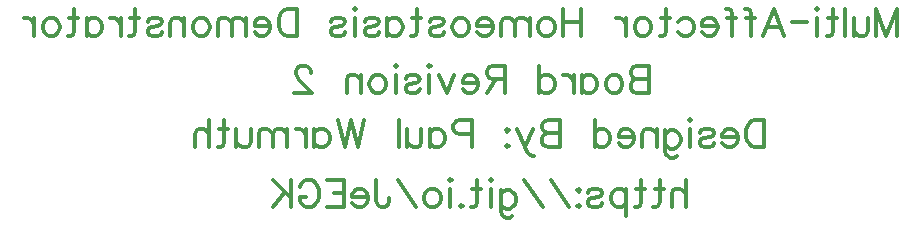
<source format=gbr>
G04 DipTrace 3.3.1.3*
G04 BottomSilk.gbr*
%MOIN*%
G04 #@! TF.FileFunction,Legend,Bot*
G04 #@! TF.Part,Single*
G04 #@! TA.AperFunction,Nonconductor*
%ADD59C,0.013895*%
%FSLAX26Y26*%
G04*
G70*
G90*
G75*
G01*
G04 BotSilk*
%LPD*%
X3273140Y2340462D2*
D59*
Y2430894D1*
X3307562Y2340462D1*
X3341984Y2430894D1*
Y2340462D1*
X3245349Y2400750D2*
Y2357672D1*
X3241071Y2344839D1*
X3232416Y2340462D1*
X3219483D1*
X3210927Y2344839D1*
X3197994Y2357672D1*
Y2400750D2*
Y2340462D1*
X3170204Y2430894D2*
Y2340462D1*
X3129480Y2430894D2*
Y2357672D1*
X3125202Y2344839D1*
X3116547Y2340462D1*
X3107991D1*
X3142413Y2400750D2*
X3112269D1*
X3080200Y2430894D2*
X3075923Y2426616D1*
X3071545Y2430894D1*
X3075923Y2435271D1*
X3080200Y2430894D1*
X3075923Y2400750D2*
Y2340462D1*
X3043755Y2385628D2*
X2994012D1*
X2897278Y2340462D2*
X2931800Y2430894D1*
X2966221Y2340462D1*
X2953288Y2370606D2*
X2910211D1*
X2835066Y2430894D2*
X2843621D1*
X2852277Y2426616D1*
X2856554Y2413683D1*
Y2340462D1*
X2869488Y2400750D2*
X2839344D1*
X2772853Y2430894D2*
X2781409D1*
X2790064Y2426616D1*
X2794342Y2413683D1*
Y2340462D1*
X2807275Y2400750D2*
X2777131D1*
X2745063Y2374883D2*
X2693430D1*
Y2383539D1*
X2697708Y2392194D1*
X2701985Y2396472D1*
X2710641Y2400750D1*
X2723574D1*
X2732129Y2396472D1*
X2740785Y2387816D1*
X2745063Y2374883D1*
Y2366328D1*
X2740785Y2353395D1*
X2732129Y2344839D1*
X2723574Y2340462D1*
X2710641D1*
X2701985Y2344839D1*
X2693430Y2353395D1*
X2613907Y2387816D2*
X2622562Y2396472D1*
X2631217Y2400750D1*
X2644051D1*
X2652706Y2396472D1*
X2661262Y2387816D1*
X2665639Y2374883D1*
Y2366328D1*
X2661262Y2353395D1*
X2652706Y2344839D1*
X2644051Y2340462D1*
X2631217D1*
X2622562Y2344839D1*
X2613907Y2353395D1*
X2573183Y2430894D2*
Y2357672D1*
X2568905Y2344839D1*
X2560250Y2340462D1*
X2551694D1*
X2586116Y2400750D2*
X2555972D1*
X2502415D2*
X2510971Y2396472D1*
X2519626Y2387816D1*
X2523904Y2374883D1*
Y2366328D1*
X2519626Y2353395D1*
X2510971Y2344839D1*
X2502415Y2340462D1*
X2489482D1*
X2480827Y2344839D1*
X2472271Y2353395D1*
X2467893Y2366328D1*
Y2374883D1*
X2472271Y2387816D1*
X2480827Y2396472D1*
X2489482Y2400750D1*
X2502415D1*
X2440103D2*
Y2340462D1*
Y2374883D2*
X2435725Y2387816D1*
X2427170Y2396472D1*
X2418515Y2400750D1*
X2405581D1*
X2290309Y2430894D2*
Y2340462D1*
X2230021Y2430894D2*
Y2340462D1*
X2290309Y2387816D2*
X2230021D1*
X2180742Y2400750D2*
X2189297Y2396472D1*
X2197953Y2387816D1*
X2202230Y2374883D1*
Y2366328D1*
X2197953Y2353395D1*
X2189297Y2344839D1*
X2180742Y2340462D1*
X2167809D1*
X2159153Y2344839D1*
X2150598Y2353395D1*
X2146220Y2366328D1*
Y2374883D1*
X2150598Y2387816D1*
X2159153Y2396472D1*
X2167809Y2400750D1*
X2180742D1*
X2118430D2*
Y2340462D1*
Y2383539D2*
X2105497Y2396472D1*
X2096841Y2400750D1*
X2084008D1*
X2075353Y2396472D1*
X2071075Y2383539D1*
Y2340462D1*
Y2383539D2*
X2058142Y2396472D1*
X2049486Y2400750D1*
X2036653D1*
X2027998Y2396472D1*
X2023620Y2383539D1*
Y2340462D1*
X1995830Y2374883D2*
X1944197D1*
Y2383539D1*
X1948475Y2392194D1*
X1952753Y2396472D1*
X1961408Y2400750D1*
X1974341D1*
X1982897Y2396472D1*
X1991552Y2387816D1*
X1995830Y2374883D1*
Y2366328D1*
X1991552Y2353395D1*
X1982897Y2344839D1*
X1974341Y2340462D1*
X1961408D1*
X1952753Y2344839D1*
X1944197Y2353395D1*
X1894917Y2400750D2*
X1903473Y2396472D1*
X1912128Y2387816D1*
X1916406Y2374883D1*
Y2366328D1*
X1912128Y2353395D1*
X1903473Y2344839D1*
X1894917Y2340462D1*
X1881984D1*
X1873329Y2344839D1*
X1864773Y2353395D1*
X1860396Y2366328D1*
Y2374883D1*
X1864773Y2387816D1*
X1873329Y2396472D1*
X1881984Y2400750D1*
X1894917D1*
X1785250Y2387816D2*
X1789528Y2396472D1*
X1802461Y2400750D1*
X1815394D1*
X1828328Y2396472D1*
X1832605Y2387816D1*
X1828328Y2379261D1*
X1819672Y2374883D1*
X1798184Y2370606D1*
X1789528Y2366328D1*
X1785250Y2357672D1*
Y2353395D1*
X1789528Y2344839D1*
X1802461Y2340462D1*
X1815394D1*
X1828328Y2344839D1*
X1832605Y2353395D1*
X1744527Y2430894D2*
Y2357672D1*
X1740249Y2344839D1*
X1731594Y2340462D1*
X1723038D1*
X1757460Y2400750D2*
X1727316D1*
X1643615D2*
Y2340462D1*
Y2387816D2*
X1652170Y2396472D1*
X1660825Y2400750D1*
X1673659D1*
X1682314Y2396472D1*
X1690870Y2387816D1*
X1695247Y2374883D1*
Y2366328D1*
X1690870Y2353395D1*
X1682314Y2344839D1*
X1673659Y2340462D1*
X1660825D1*
X1652170Y2344839D1*
X1643615Y2353395D1*
X1568469Y2387816D2*
X1572747Y2396472D1*
X1585680Y2400750D1*
X1598613D1*
X1611546Y2396472D1*
X1615824Y2387816D1*
X1611546Y2379261D1*
X1602891Y2374883D1*
X1581402Y2370606D1*
X1572747Y2366328D1*
X1568469Y2357672D1*
Y2353395D1*
X1572747Y2344839D1*
X1585680Y2340462D1*
X1598613D1*
X1611546Y2344839D1*
X1615824Y2353395D1*
X1540678Y2430894D2*
X1536400Y2426616D1*
X1532023Y2430894D1*
X1536400Y2435271D1*
X1540678Y2430894D1*
X1536400Y2400750D2*
Y2340462D1*
X1456878Y2387816D2*
X1461155Y2396472D1*
X1474088Y2400750D1*
X1487022D1*
X1499955Y2396472D1*
X1504232Y2387816D1*
X1499955Y2379261D1*
X1491299Y2374883D1*
X1469811Y2370606D1*
X1461155Y2366328D1*
X1456878Y2357672D1*
Y2353395D1*
X1461155Y2344839D1*
X1474088Y2340462D1*
X1487022D1*
X1499955Y2344839D1*
X1504232Y2353395D1*
X1341605Y2430894D2*
Y2340462D1*
X1311461D1*
X1298528Y2344839D1*
X1289873Y2353395D1*
X1285595Y2362050D1*
X1281317Y2374883D1*
Y2396472D1*
X1285595Y2409405D1*
X1289873Y2417960D1*
X1298528Y2426616D1*
X1311461Y2430894D1*
X1341605D1*
X1253526Y2374883D2*
X1201894D1*
Y2383539D1*
X1206172Y2392194D1*
X1210449Y2396472D1*
X1219105Y2400750D1*
X1232038D1*
X1240593Y2396472D1*
X1249249Y2387816D1*
X1253526Y2374883D1*
Y2366328D1*
X1249249Y2353395D1*
X1240593Y2344839D1*
X1232038Y2340462D1*
X1219105D1*
X1210449Y2344839D1*
X1201894Y2353395D1*
X1174103Y2400750D2*
Y2340462D1*
Y2383539D2*
X1161170Y2396472D1*
X1152515Y2400750D1*
X1139681D1*
X1131026Y2396472D1*
X1126748Y2383539D1*
Y2340462D1*
Y2383539D2*
X1113815Y2396472D1*
X1105160Y2400750D1*
X1092326D1*
X1083671Y2396472D1*
X1079294Y2383539D1*
Y2340462D1*
X1030014Y2400750D2*
X1038570Y2396472D1*
X1047225Y2387816D1*
X1051503Y2374883D1*
Y2366328D1*
X1047225Y2353395D1*
X1038570Y2344839D1*
X1030014Y2340462D1*
X1017081D1*
X1008426Y2344839D1*
X999870Y2353395D1*
X995493Y2366328D1*
Y2374883D1*
X999870Y2387816D1*
X1008426Y2396472D1*
X1017081Y2400750D1*
X1030014D1*
X967702D2*
Y2340462D1*
Y2383539D2*
X954769Y2396472D1*
X946114Y2400750D1*
X933280D1*
X924625Y2396472D1*
X920347Y2383539D1*
Y2340462D1*
X845202Y2387816D2*
X849480Y2396472D1*
X862413Y2400750D1*
X875346D1*
X888279Y2396472D1*
X892557Y2387816D1*
X888279Y2379261D1*
X879624Y2374883D1*
X858135Y2370606D1*
X849480Y2366328D1*
X845202Y2357672D1*
Y2353395D1*
X849480Y2344839D1*
X862413Y2340462D1*
X875346D1*
X888279Y2344839D1*
X892557Y2353395D1*
X804478Y2430894D2*
Y2357672D1*
X800200Y2344839D1*
X791545Y2340462D1*
X782989D1*
X817411Y2400750D2*
X787267D1*
X755199D2*
Y2340462D1*
Y2374883D2*
X750821Y2387816D1*
X742266Y2396472D1*
X733610Y2400750D1*
X720677D1*
X641254D2*
Y2340462D1*
Y2387816D2*
X649810Y2396472D1*
X658465Y2400750D1*
X671298D1*
X679954Y2396472D1*
X688509Y2387816D1*
X692887Y2374883D1*
Y2366328D1*
X688509Y2353395D1*
X679954Y2344839D1*
X671298Y2340462D1*
X658465D1*
X649810Y2344839D1*
X641254Y2353395D1*
X600530Y2430894D2*
Y2357672D1*
X596252Y2344839D1*
X587597Y2340462D1*
X579041D1*
X613463Y2400750D2*
X583319D1*
X529762D2*
X538318Y2396472D1*
X546973Y2387816D1*
X551251Y2374883D1*
Y2366328D1*
X546973Y2353395D1*
X538318Y2344839D1*
X529762Y2340462D1*
X516829D1*
X508174Y2344839D1*
X499618Y2353395D1*
X495240Y2366328D1*
Y2374883D1*
X499618Y2387816D1*
X508174Y2396472D1*
X516829Y2400750D1*
X529762D1*
X467450D2*
Y2340462D1*
Y2374883D2*
X463073Y2387816D1*
X454517Y2396472D1*
X445862Y2400750D1*
X432929D1*
X2515899Y2240122D2*
Y2149690D1*
X2477100D1*
X2464167Y2154067D1*
X2459889Y2158345D1*
X2455611Y2166901D1*
Y2179834D1*
X2459889Y2188489D1*
X2464167Y2192767D1*
X2477100Y2197045D1*
X2464167Y2201422D1*
X2459889Y2205700D1*
X2455611Y2214256D1*
Y2222911D1*
X2459889Y2231467D1*
X2464167Y2235844D1*
X2477100Y2240122D1*
X2515899D1*
Y2197045D2*
X2477100D1*
X2406332Y2209978D2*
X2414887Y2205700D1*
X2423543Y2197045D1*
X2427821Y2184112D1*
Y2175556D1*
X2423543Y2162623D1*
X2414887Y2154067D1*
X2406332Y2149690D1*
X2393399D1*
X2384743Y2154067D1*
X2376188Y2162623D1*
X2371810Y2175556D1*
Y2184112D1*
X2376188Y2197045D1*
X2384743Y2205700D1*
X2393399Y2209978D1*
X2406332D1*
X2292387D2*
Y2149690D1*
Y2197045D2*
X2300943Y2205700D1*
X2309598Y2209978D1*
X2322431D1*
X2331087Y2205700D1*
X2339642Y2197045D1*
X2344020Y2184112D1*
Y2175556D1*
X2339642Y2162623D1*
X2331087Y2154067D1*
X2322431Y2149690D1*
X2309598D1*
X2300943Y2154067D1*
X2292387Y2162623D1*
X2264596Y2209978D2*
Y2149690D1*
Y2184112D2*
X2260219Y2197045D1*
X2251663Y2205700D1*
X2243008Y2209978D1*
X2230075D1*
X2150651Y2240122D2*
Y2149690D1*
Y2197045D2*
X2159207Y2205700D1*
X2167862Y2209978D1*
X2180795D1*
X2189351Y2205700D1*
X2198006Y2197045D1*
X2202284Y2184112D1*
Y2175556D1*
X2198006Y2162623D1*
X2189351Y2154067D1*
X2180795Y2149690D1*
X2167862D1*
X2159207Y2154067D1*
X2150651Y2162623D1*
X2035379Y2197045D2*
X1996679D1*
X1983746Y2201422D1*
X1979369Y2205700D1*
X1975091Y2214256D1*
Y2222911D1*
X1979369Y2231467D1*
X1983746Y2235844D1*
X1996679Y2240122D1*
X2035379D1*
Y2149690D1*
X2005235Y2197045D2*
X1975091Y2149690D1*
X1947300Y2184112D2*
X1895668D1*
Y2192767D1*
X1899946Y2201422D1*
X1904223Y2205700D1*
X1912879Y2209978D1*
X1925812D1*
X1934367Y2205700D1*
X1943023Y2197045D1*
X1947300Y2184112D1*
Y2175556D1*
X1943023Y2162623D1*
X1934367Y2154067D1*
X1925812Y2149690D1*
X1912879D1*
X1904223Y2154067D1*
X1895668Y2162623D1*
X1867877Y2209978D2*
X1842011Y2149690D1*
X1816244Y2209978D1*
X1788454Y2240122D2*
X1784176Y2235844D1*
X1779798Y2240122D1*
X1784176Y2244499D1*
X1788454Y2240122D1*
X1784176Y2209978D2*
Y2149690D1*
X1704653Y2197045D2*
X1708931Y2205700D1*
X1721864Y2209978D1*
X1734797D1*
X1747730Y2205700D1*
X1752008Y2197045D1*
X1747730Y2188489D1*
X1739075Y2184112D1*
X1717586Y2179834D1*
X1708931Y2175556D1*
X1704653Y2166901D1*
Y2162623D1*
X1708931Y2154067D1*
X1721864Y2149690D1*
X1734797D1*
X1747730Y2154067D1*
X1752008Y2162623D1*
X1676862Y2240122D2*
X1672584Y2235844D1*
X1668207Y2240122D1*
X1672584Y2244499D1*
X1676862Y2240122D1*
X1672584Y2209978D2*
Y2149690D1*
X1618927Y2209978D2*
X1627483Y2205700D1*
X1636138Y2197045D1*
X1640416Y2184112D1*
Y2175556D1*
X1636138Y2162623D1*
X1627483Y2154067D1*
X1618927Y2149690D1*
X1605994D1*
X1597339Y2154067D1*
X1588783Y2162623D1*
X1584406Y2175556D1*
Y2184112D1*
X1588783Y2197045D1*
X1597339Y2205700D1*
X1605994Y2209978D1*
X1618927D1*
X1556615D2*
Y2149690D1*
Y2192767D2*
X1543682Y2205700D1*
X1535027Y2209978D1*
X1522194D1*
X1513538Y2205700D1*
X1509261Y2192767D1*
Y2149690D1*
X1389611Y2218534D2*
Y2222811D1*
X1385333Y2231467D1*
X1381055Y2235745D1*
X1372400Y2240022D1*
X1355189D1*
X1346633Y2235745D1*
X1342355Y2231467D1*
X1337978Y2222811D1*
Y2214256D1*
X1342355Y2205601D1*
X1350911Y2192767D1*
X1393988Y2149690D1*
X1333700D1*
X2900412Y2060122D2*
Y1969690D1*
X2870268D1*
X2857335Y1974067D1*
X2848679Y1982623D1*
X2844402Y1991278D1*
X2840124Y2004112D1*
Y2025700D1*
X2844402Y2038633D1*
X2848679Y2047189D1*
X2857335Y2055844D1*
X2870268Y2060122D1*
X2900412D1*
X2812333Y2004112D2*
X2760700D1*
Y2012767D1*
X2764978Y2021422D1*
X2769256Y2025700D1*
X2777911Y2029978D1*
X2790844D1*
X2799400Y2025700D1*
X2808055Y2017045D1*
X2812333Y2004112D1*
Y1995556D1*
X2808055Y1982623D1*
X2799400Y1974067D1*
X2790844Y1969690D1*
X2777911D1*
X2769256Y1974067D1*
X2760700Y1982623D1*
X2685555Y2017045D2*
X2689833Y2025700D1*
X2702766Y2029978D1*
X2715699D1*
X2728632Y2025700D1*
X2732910Y2017045D1*
X2728632Y2008489D1*
X2719977Y2004112D1*
X2698488Y1999834D1*
X2689833Y1995556D1*
X2685555Y1986901D1*
Y1982623D1*
X2689833Y1974067D1*
X2702766Y1969690D1*
X2715699D1*
X2728632Y1974067D1*
X2732910Y1982623D1*
X2657764Y2060122D2*
X2653486Y2055844D1*
X2649109Y2060122D1*
X2653486Y2064499D1*
X2657764Y2060122D1*
X2653486Y2029978D2*
Y1969690D1*
X2569685Y2025700D2*
Y1956757D1*
X2573963Y1943923D1*
X2578241Y1939546D1*
X2586896Y1935268D1*
X2599829D1*
X2608385Y1939546D1*
X2569685Y2012767D2*
X2578241Y2021323D1*
X2586896Y2025700D1*
X2599829D1*
X2608385Y2021323D1*
X2617040Y2012767D1*
X2621318Y1999834D1*
Y1991179D1*
X2617040Y1978345D1*
X2608385Y1969690D1*
X2599829Y1965412D1*
X2586896D1*
X2578241Y1969690D1*
X2569685Y1978345D1*
X2541895Y2029978D2*
Y1969690D1*
Y2012767D2*
X2528962Y2025700D1*
X2520306Y2029978D1*
X2507473D1*
X2498818Y2025700D1*
X2494540Y2012767D1*
Y1969690D1*
X2466749Y2004112D2*
X2415116D1*
Y2012767D1*
X2419394Y2021422D1*
X2423672Y2025700D1*
X2432327Y2029978D1*
X2445260D1*
X2453816Y2025700D1*
X2462471Y2017045D1*
X2466749Y2004112D1*
Y1995556D1*
X2462471Y1982623D1*
X2453816Y1974067D1*
X2445260Y1969690D1*
X2432327D1*
X2423672Y1974067D1*
X2415116Y1982623D1*
X2335693Y2060122D2*
Y1969690D1*
Y2017045D2*
X2344249Y2025700D1*
X2352904Y2029978D1*
X2365837D1*
X2374393Y2025700D1*
X2383048Y2017045D1*
X2387326Y2004112D1*
Y1995556D1*
X2383048Y1982623D1*
X2374393Y1974067D1*
X2365837Y1969690D1*
X2352904D1*
X2344249Y1974067D1*
X2335693Y1982623D1*
X2220421Y2060122D2*
Y1969690D1*
X2181621D1*
X2168688Y1974067D1*
X2164410Y1978345D1*
X2160132Y1986901D1*
Y1999834D1*
X2164410Y2008489D1*
X2168688Y2012767D1*
X2181621Y2017045D1*
X2168688Y2021422D1*
X2164410Y2025700D1*
X2160132Y2034256D1*
Y2042911D1*
X2164410Y2051467D1*
X2168688Y2055844D1*
X2181621Y2060122D1*
X2220421D1*
Y2017045D2*
X2181621D1*
X2127965Y2029978D2*
X2102198Y1969690D1*
X2110754Y1952479D1*
X2119409Y1943824D1*
X2127965Y1939546D1*
X2132342D1*
X2076332Y2029978D2*
X2102198Y1969690D1*
X2044164Y2029978D2*
X2048541Y2025601D1*
X2044164Y2021323D1*
X2039886Y2025601D1*
X2044164Y2029978D1*
Y1978345D2*
X2048541Y1973968D1*
X2044164Y1969690D1*
X2039886Y1973968D1*
X2044164Y1978345D1*
X1924613Y2012767D2*
X1885814D1*
X1872981Y2017045D1*
X1868603Y2021422D1*
X1864325Y2029978D1*
Y2042911D1*
X1868603Y2051467D1*
X1872981Y2055844D1*
X1885814Y2060122D1*
X1924613D1*
Y1969690D1*
X1784902Y2029978D2*
Y1969690D1*
Y2017045D2*
X1793458Y2025700D1*
X1802113Y2029978D1*
X1814947D1*
X1823602Y2025700D1*
X1832157Y2017045D1*
X1836535Y2004112D1*
Y1995556D1*
X1832157Y1982623D1*
X1823602Y1974067D1*
X1814947Y1969690D1*
X1802113D1*
X1793458Y1974067D1*
X1784902Y1982623D1*
X1757111Y2029978D2*
Y1986901D1*
X1752834Y1974067D1*
X1744178Y1969690D1*
X1731245D1*
X1722690Y1974067D1*
X1709756Y1986901D1*
Y2029978D2*
Y1969690D1*
X1681966Y2060122D2*
Y1969690D1*
X1566693Y2060122D2*
X1545105Y1969690D1*
X1523616Y2060122D1*
X1502128Y1969690D1*
X1480539Y2060122D1*
X1401116Y2029978D2*
Y1969690D1*
Y2017045D2*
X1409672Y2025700D1*
X1418327Y2029978D1*
X1431160D1*
X1439816Y2025700D1*
X1448371Y2017045D1*
X1452749Y2004112D1*
Y1995556D1*
X1448371Y1982623D1*
X1439816Y1974067D1*
X1431160Y1969690D1*
X1418327D1*
X1409672Y1974067D1*
X1401116Y1982623D1*
X1373325Y2029978D2*
Y1969690D1*
Y2004112D2*
X1368948Y2017045D1*
X1360392Y2025700D1*
X1351737Y2029978D1*
X1338804D1*
X1311013D2*
Y1969690D1*
Y2012767D2*
X1298080Y2025700D1*
X1289425Y2029978D1*
X1276591D1*
X1267936Y2025700D1*
X1263658Y2012767D1*
Y1969690D1*
Y2012767D2*
X1250725Y2025700D1*
X1242070Y2029978D1*
X1229236D1*
X1220581Y2025700D1*
X1216204Y2012767D1*
Y1969690D1*
X1188413Y2029978D2*
Y1986901D1*
X1184135Y1974067D1*
X1175480Y1969690D1*
X1162547D1*
X1153991Y1974067D1*
X1141058Y1986901D1*
Y2029978D2*
Y1969690D1*
X1100335Y2060122D2*
Y1986901D1*
X1096057Y1974067D1*
X1087401Y1969690D1*
X1078846D1*
X1113268Y2029978D2*
X1083124D1*
X1051055Y2060122D2*
Y1969690D1*
Y2012767D2*
X1038122Y2025700D1*
X1029467Y2029978D1*
X1016534D1*
X1007978Y2025700D1*
X1003700Y2012767D1*
Y1969690D1*
X2640032Y1860122D2*
Y1769690D1*
Y1812767D2*
X2627099Y1825700D1*
X2618444Y1829978D1*
X2605511D1*
X2596955Y1825700D1*
X2592677Y1812767D1*
Y1769690D1*
X2551954Y1860122D2*
Y1786901D1*
X2547676Y1774067D1*
X2539021Y1769690D1*
X2530465D1*
X2564887Y1829978D2*
X2534743D1*
X2489741Y1860122D2*
Y1786901D1*
X2485463Y1774067D1*
X2476808Y1769690D1*
X2468252D1*
X2502674Y1829978D2*
X2472530D1*
X2440462D2*
Y1739546D1*
Y1817045D2*
X2431807Y1825601D1*
X2423251Y1829978D1*
X2410318D1*
X2401663Y1825601D1*
X2393107Y1817045D1*
X2388729Y1804112D1*
Y1795457D1*
X2393107Y1782623D1*
X2401663Y1773968D1*
X2410318Y1769690D1*
X2423251D1*
X2431807Y1773968D1*
X2440462Y1782623D1*
X2313584Y1817045D2*
X2317862Y1825700D1*
X2330795Y1829978D1*
X2343728D1*
X2356661Y1825700D1*
X2360939Y1817045D1*
X2356661Y1808489D1*
X2348006Y1804112D1*
X2326517Y1799834D1*
X2317862Y1795556D1*
X2313584Y1786901D1*
Y1782623D1*
X2317862Y1774067D1*
X2330795Y1769690D1*
X2343728D1*
X2356661Y1774067D1*
X2360939Y1782623D1*
X2281416Y1829978D2*
X2285793Y1825601D1*
X2281416Y1821323D1*
X2277138Y1825601D1*
X2281416Y1829978D1*
Y1778345D2*
X2285793Y1773968D1*
X2281416Y1769690D1*
X2277138Y1773968D1*
X2281416Y1778345D1*
X2249347Y1769690D2*
X2189059Y1860022D1*
X2161269Y1769690D2*
X2100981Y1860022D1*
X2021557Y1825700D2*
Y1756757D1*
X2025835Y1743923D1*
X2030113Y1739546D1*
X2038768Y1735268D1*
X2051701D1*
X2060257Y1739546D1*
X2021557Y1812767D2*
X2030113Y1821323D1*
X2038768Y1825700D1*
X2051701D1*
X2060257Y1821323D1*
X2068912Y1812767D1*
X2073190Y1799834D1*
Y1791179D1*
X2068912Y1778345D1*
X2060257Y1769690D1*
X2051701Y1765412D1*
X2038768D1*
X2030113Y1769690D1*
X2021557Y1778345D1*
X1993767Y1860122D2*
X1989489Y1855844D1*
X1985111Y1860122D1*
X1989489Y1864499D1*
X1993767Y1860122D1*
X1989489Y1829978D2*
Y1769690D1*
X1944388Y1860122D2*
Y1786901D1*
X1940110Y1774067D1*
X1931455Y1769690D1*
X1922899D1*
X1957321Y1829978D2*
X1927177D1*
X1890830Y1778345D2*
X1895108Y1773968D1*
X1890830Y1769690D1*
X1886453Y1773968D1*
X1890830Y1778345D1*
X1858662Y1860122D2*
X1854385Y1855844D1*
X1850007Y1860122D1*
X1854385Y1864499D1*
X1858662Y1860122D1*
X1854385Y1829978D2*
Y1769690D1*
X1800728Y1829978D2*
X1809284Y1825700D1*
X1817939Y1817045D1*
X1822217Y1804112D1*
Y1795556D1*
X1817939Y1782623D1*
X1809284Y1774067D1*
X1800728Y1769690D1*
X1787795D1*
X1779140Y1774067D1*
X1770584Y1782623D1*
X1766206Y1795556D1*
Y1804112D1*
X1770584Y1817045D1*
X1779140Y1825700D1*
X1787795Y1829978D1*
X1800728D1*
X1738416Y1769690D2*
X1678128Y1860022D1*
X1607260Y1860122D2*
Y1791278D1*
X1611538Y1778345D1*
X1615915Y1774067D1*
X1624471Y1769690D1*
X1633126D1*
X1641682Y1774067D1*
X1645960Y1778345D1*
X1650337Y1791278D1*
Y1799834D1*
X1579469Y1804112D2*
X1527837D1*
Y1812767D1*
X1532114Y1821422D1*
X1536392Y1825700D1*
X1545048Y1829978D1*
X1557981D1*
X1566536Y1825700D1*
X1575192Y1817045D1*
X1579469Y1804112D1*
Y1795556D1*
X1575192Y1782623D1*
X1566536Y1774067D1*
X1557981Y1769690D1*
X1545048D1*
X1536392Y1774067D1*
X1527837Y1782623D1*
X1444135Y1860122D2*
X1500046D1*
Y1769690D1*
X1444135D1*
X1500046Y1817045D2*
X1465624D1*
X1351779Y1838633D2*
X1356057Y1847189D1*
X1364712Y1855844D1*
X1373268Y1860122D1*
X1390479D1*
X1399134Y1855844D1*
X1407689Y1847189D1*
X1412067Y1838633D1*
X1416345Y1825700D1*
Y1804112D1*
X1412067Y1791278D1*
X1407689Y1782623D1*
X1399134Y1774067D1*
X1390479Y1769690D1*
X1373268D1*
X1364712Y1774067D1*
X1356057Y1782623D1*
X1351779Y1791278D1*
Y1804112D1*
X1373268D1*
X1323988Y1860122D2*
Y1769690D1*
X1263700Y1860122D2*
X1323988Y1799834D1*
X1302499Y1821422D2*
X1263700Y1769690D1*
M02*

</source>
